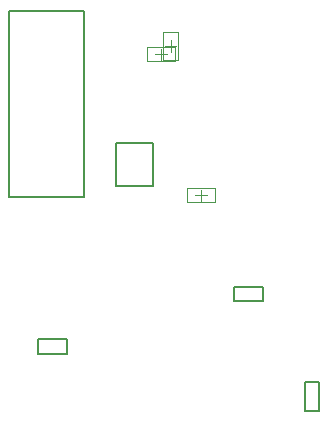
<source format=gbr>
G04*
G04 #@! TF.GenerationSoftware,Altium Limited,Altium Designer,25.7.1 (20)*
G04*
G04 Layer_Color=32768*
%FSLAX44Y44*%
%MOMM*%
G71*
G04*
G04 #@! TF.SameCoordinates,265DE244-54D5-4CCD-A973-AF3357FD315F*
G04*
G04*
G04 #@! TF.FilePolarity,Positive*
G04*
G01*
G75*
%ADD12C,0.2000*%
%ADD78C,0.0500*%
D12*
X1470750Y666750D02*
Y823650D01*
X1534250D01*
Y666750D02*
Y823650D01*
X1470750Y666750D02*
X1534250D01*
X1661610Y590200D02*
X1686110D01*
Y578200D02*
Y590200D01*
X1661610Y578200D02*
X1686110D01*
X1661610D02*
Y590200D01*
X1561500Y712250D02*
X1592500D01*
Y676250D02*
Y712250D01*
X1561500Y676250D02*
X1592500D01*
X1561500D02*
Y712250D01*
X1721200Y485590D02*
X1733200D01*
Y510090D01*
X1721200D02*
X1733200D01*
X1721200Y485590D02*
Y510090D01*
X1495250Y534000D02*
Y546000D01*
Y534000D02*
X1519750D01*
Y546000D01*
X1495250D02*
X1519750D01*
D78*
X1601500Y782500D02*
X1613500D01*
X1601500Y806500D02*
X1613500D01*
X1601500Y782500D02*
Y806500D01*
X1613500Y782500D02*
Y806500D01*
X1607500Y789750D02*
Y799250D01*
X1602750Y794500D02*
X1612250D01*
X1611500Y781500D02*
Y793500D01*
X1587500Y781500D02*
Y793500D01*
Y781500D02*
X1611500D01*
X1587500Y793500D02*
X1611500D01*
X1594750Y787500D02*
X1604250D01*
X1599500Y782750D02*
Y792250D01*
X1621220Y662020D02*
Y674020D01*
X1645220Y662020D02*
Y674020D01*
X1621220D02*
X1645220D01*
X1621220Y662020D02*
X1645220D01*
X1628470Y668020D02*
X1637970D01*
X1633220Y663270D02*
Y672770D01*
M02*

</source>
